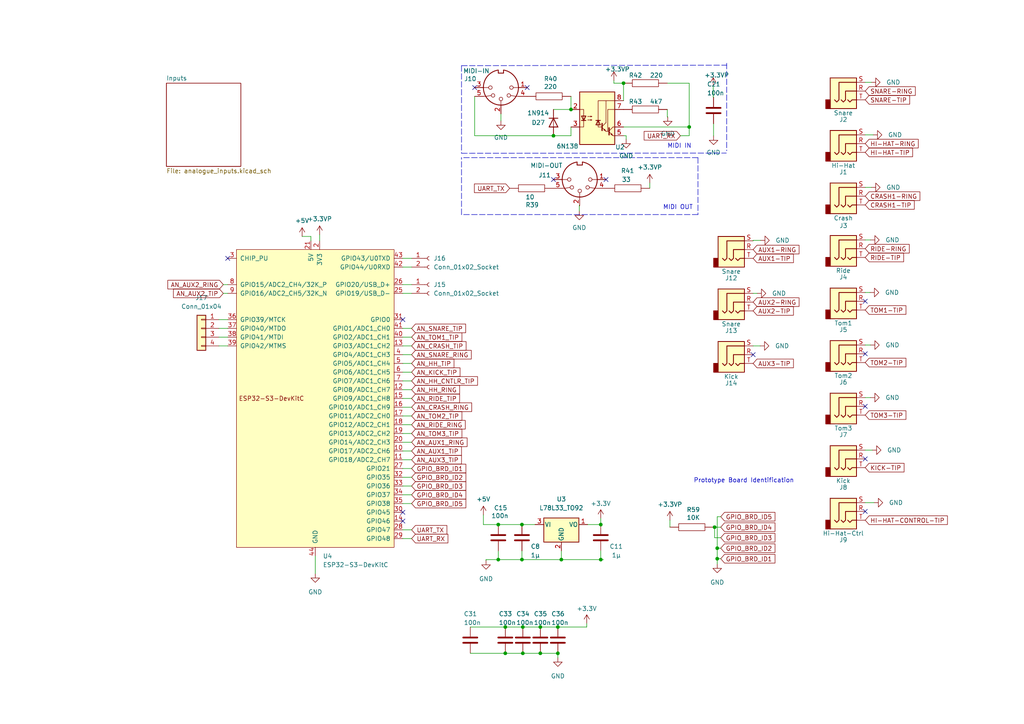
<source format=kicad_sch>
(kicad_sch (version 20230121) (generator eeschema)
  (paper "A4")
  (title_block (title "Edrumulus Prototype 7 (ESP32 S3)") (rev "0.1") (comment 1 "DISCLAIMER: Use at your own risk.") (comment 2 "Using SMD components."))
  (lib_symbols
    (symbol "Connector:AudioJack3"
      (property "Reference" "J" (at 0 8.89 0))
      (property "Value" "AudioJack3" (at 0 6.35 0))
      (symbol "AudioJack3_0_1"
        (rectangle (start -5.08 -5.08) (end -6.35 -2.54) (stroke (width 0.254)) (fill (type outline)))
        (polyline (pts (xy 0 -2.54) (xy 0.635 -3.175) (xy 1.27 -2.54) (xy 2.54 -2.54)) (stroke (width 0.254)))
        (polyline (pts (xy -1.905 -2.54) (xy -1.27 -3.175) (xy -0.635 -2.54) (xy -0.635 0) (xy 2.54 0)) (stroke (width 0.254)))
        (polyline (pts (xy 2.54 2.54) (xy -2.54 2.54) (xy -2.54 -2.54) (xy -3.175 -3.175) (xy -3.81 -2.54)) (stroke (width 0.254)))
        (rectangle (start 2.54 3.81) (end -5.08 -5.08) (stroke (width 0.254)) (fill (type background)))
      )
      (symbol "AudioJack3_1_1"
        (pin passive line (at 5.08 0 180) (length 2.54) (name "~") (number "R"))
        (pin passive line (at 5.08 2.54 180) (length 2.54) (name "~") (number "S"))
        (pin passive line (at 5.08 -2.54 180) (length 2.54) (name "~") (number "T"))
      )
    )
    (symbol "Connector:Conn_01x02_Socket" (pin_names (offset 1.016) hide)
      (property "Reference" "J" (at 0 2.54 0))
      (property "Value" "Conn_01x02_Socket" (at 0 -5.08 0))
      (symbol "Conn_01x02_Socket_1_1"
        (arc (start 0 -2.032) (mid -0.5058 -2.54) (end 0 -3.048) (stroke (width 0.1524)))
        (polyline (pts (xy -1.27 -2.54) (xy -0.508 -2.54)) (stroke (width 0.1524)))
        (polyline (pts (xy -1.27 0) (xy -0.508 0)) (stroke (width 0.1524)))
        (arc (start 0 0.508) (mid -0.5058 0) (end 0 -0.508) (stroke (width 0.1524)))
        (pin passive line (at -5.08 0 0) (length 3.81) (name "Pin_1") (number "1"))
        (pin passive line (at -5.08 -2.54 0) (length 3.81) (name "Pin_2") (number "2"))
      )
    )
    (symbol "Connector:DIN-5_180degree" (pin_names (offset 1.016))
      (property "Reference" "J" (at 3.175 5.715 0))
      (property "Value" "DIN-5_180degree" (at 0 -6.35 0))
      (symbol "DIN-5_180degree_0_1"
        (arc (start -5.08 0) (mid -3.8597 -3.3379) (end -0.762 -5.08) (stroke (width 0.254)))
        (circle (center -3.048 0) (radius 0.508))
        (circle (center -2.286 2.286) (radius 0.508))
        (polyline (pts (xy -5.08 0) (xy -3.556 0)))
        (polyline (pts (xy 0 5.08) (xy 0 3.81)))
        (polyline (pts (xy 5.08 0) (xy 3.556 0)))
        (polyline (pts (xy -5.08 2.54) (xy -4.318 2.54) (xy -2.794 2.286)))
        (polyline (pts (xy 5.08 2.54) (xy 4.318 2.54) (xy 2.794 2.286)))
        (polyline (pts (xy -0.762 -4.953) (xy -0.762 -4.191) (xy 0.762 -4.191) (xy 0.762 -4.953)) (stroke (width 0.254)))
        (circle (center 0 3.302) (radius 0.508))
        (arc (start 0.762 -5.08) (mid 3.8673 -3.3444) (end 5.08 0) (stroke (width 0.254)))
        (circle (center 2.286 2.286) (radius 0.508))
        (circle (center 3.048 0) (radius 0.508))
        (arc (start 5.08 0) (mid 0 5.0579) (end -5.08 0) (stroke (width 0.254)))
      )
      (symbol "DIN-5_180degree_1_1"
        (pin passive line (at -7.62 0 0) (length 2.54) (name "~") (number "1"))
        (pin passive line (at 0 7.62 270) (length 2.54) (name "~") (number "2"))
        (pin passive line (at 7.62 0 180) (length 2.54) (name "~") (number "3"))
        (pin passive line (at -7.62 2.54 0) (length 2.54) (name "~") (number "4"))
        (pin passive line (at 7.62 2.54 180) (length 2.54) (name "~") (number "5"))
      )
    )
    (symbol "Connector_Generic:Conn_01x04" (pin_names (offset 1.016) hide)
      (property "Reference" "J" (at 0 5.08 0))
      (property "Value" "Conn_01x04" (at 0 -7.62 0))
      (symbol "Conn_01x04_1_1"
        (rectangle (start -1.27 -4.953) (end 0 -5.207) (stroke (width 0.1524)))
        (rectangle (start -1.27 -2.413) (end 0 -2.667) (stroke (width 0.1524)))
        (rectangle (start -1.27 0.127) (end 0 -0.127) (stroke (width 0.1524)))
        (rectangle (start -1.27 2.667) (end 0 2.413) (stroke (width 0.1524)))
        (rectangle (start -1.27 3.81) (end 1.27 -6.35) (stroke (width 0.254)) (fill (type background)))
        (pin passive line (at -5.08 2.54 0) (length 3.81) (name "Pin_1") (number "1"))
        (pin passive line (at -5.08 0 0) (length 3.81) (name "Pin_2") (number "2"))
        (pin passive line (at -5.08 -2.54 0) (length 3.81) (name "Pin_3") (number "3"))
        (pin passive line (at -5.08 -5.08 0) (length 3.81) (name "Pin_4") (number "4"))
      )
    )
    (symbol "Device:C" (pin_numbers hide) (pin_names (offset 0.254))
      (property "Reference" "C" (at 0.635 2.54 0))
      (property "Value" "C" (at 0.635 -2.54 0))
      (symbol "C_0_1"
        (polyline (pts (xy -2.032 -0.762) (xy 2.032 -0.762)) (stroke (width 0.508)))
        (polyline (pts (xy -2.032 0.762) (xy 2.032 0.762)) (stroke (width 0.508)))
      )
      (symbol "C_1_1"
        (pin passive line (at 0 3.81 270) (length 2.794) (name "~") (number "1"))
        (pin passive line (at 0 -3.81 90) (length 2.794) (name "~") (number "2"))
      )
    )
    (symbol "Diode:1N914" (pin_numbers hide) (pin_names (offset 1.016) hide)
      (property "Reference" "D" (at 0 2.54 0))
      (property "Value" "1N914" (at 0 -2.54 0))
      (symbol "1N914_0_1"
        (polyline (pts (xy -1.27 1.27) (xy -1.27 -1.27)) (stroke (width 0.254)))
        (polyline (pts (xy 1.27 0) (xy -1.27 0)))
        (polyline (pts (xy 1.27 1.27) (xy 1.27 -1.27) (xy -1.27 0) (xy 1.27 1.27)) (stroke (width 0.254)))
      )
      (symbol "1N914_1_1"
        (pin passive line (at -3.81 0 0) (length 2.54) (name "K") (number "1"))
        (pin passive line (at 3.81 0 180) (length 2.54) (name "A") (number "2"))
      )
    )
    (symbol "Isolator:6N138" (pin_names (offset 1.016) hide)
      (property "Reference" "U" (at -4.064 8.89 0))
      (property "Value" "6N138" (at 2.286 8.89 0))
      (symbol "6N138_0_1"
        (rectangle (start -5.08 7.62) (end 5.08 -7.62) (stroke (width 0.254)) (fill (type background)))
        (polyline (pts (xy -4.572 -0.635) (xy -3.302 -0.635)) (stroke (width 0.254)))
        (polyline (pts (xy 0.889 -0.635) (xy -0.381 -0.635)) (stroke (width 0.254)))
        (polyline (pts (xy 1.397 -2.667) (xy 2.54 -3.81)))
        (polyline (pts (xy 1.397 -2.413) (xy 2.54 -1.27)))
        (polyline (pts (xy 2.54 -3.81) (xy 3.175 -3.81)))
        (polyline (pts (xy 3.429 -3.937) (xy 4.572 -5.08)))
        (polyline (pts (xy 3.429 -3.683) (xy 4.572 -2.54)))
        (polyline (pts (xy 4.572 -5.08) (xy 5.08 -5.08)))
        (polyline (pts (xy 4.572 -2.54) (xy 5.08 -2.54)))
        (polyline (pts (xy 1.397 -1.524) (xy 1.397 -3.556) (xy 1.397 -3.556)) (stroke (width 0.3556)))
        (polyline (pts (xy 2.54 -1.27) (xy 2.54 5.08) (xy 5.08 5.08)))
        (polyline (pts (xy 3.429 -2.794) (xy 3.429 -4.826) (xy 3.429 -4.826)) (stroke (width 0.3556)))
        (polyline (pts (xy 5.08 2.54) (xy 3.048 2.54) (xy 3.048 -3.81)))
        (polyline (pts (xy -5.08 -2.54) (xy -3.937 -2.54) (xy -3.937 2.54) (xy -5.08 2.54)))
        (polyline (pts (xy -3.937 -0.635) (xy -4.572 0.635) (xy -3.302 0.635) (xy -3.937 -0.635)) (stroke (width 0.254)))
        (polyline (pts (xy 0.254 -0.635) (xy 0.889 -1.905) (xy -0.381 -1.905) (xy 0.254 -0.635)) (stroke (width 0.254)))
        (polyline (pts (xy 1.27 -2.54) (xy 0.254 -2.54) (xy 0.254 5.08) (xy 2.54 5.08)))
        (polyline (pts (xy 2.413 -3.683) (xy 2.159 -3.175) (xy 1.905 -3.429) (xy 2.413 -3.683)))
        (polyline (pts (xy 4.445 -4.953) (xy 4.191 -4.445) (xy 3.937 -4.699) (xy 4.445 -4.953)))
        (polyline (pts (xy -2.794 -0.508) (xy -1.524 -0.508) (xy -1.905 -0.635) (xy -1.905 -0.381) (xy -1.524 -0.508)))
        (polyline (pts (xy -2.794 0.508) (xy -1.524 0.508) (xy -1.905 0.381) (xy -1.905 0.635) (xy -1.524 0.508)))
      )
      (symbol "6N138_1_1"
        (pin no_connect line (at -5.08 5.08 0) (length 2.54) hide (name "NC") (number "1"))
        (pin passive line (at -7.62 2.54 0) (length 2.54) (name "C1") (number "2"))
        (pin passive line (at -7.62 -2.54 0) (length 2.54) (name "C2") (number "3"))
        (pin no_connect line (at -5.08 -5.08 0) (length 2.54) hide (name "NC") (number "4"))
        (pin passive line (at 7.62 -5.08 180) (length 2.54) (name "GND") (number "5"))
        (pin passive line (at 7.62 -2.54 180) (length 2.54) (name "VO2") (number "6"))
        (pin passive line (at 7.62 2.54 180) (length 2.54) (name "VO1") (number "7"))
        (pin passive line (at 7.62 5.08 180) (length 2.54) (name "VCC") (number "8"))
      )
    )
    (symbol "PCM_Espressif:ESP32-S3-DevKitC" (pin_names (offset 1.016))
      (property "Reference" "U" (at -22.86 48.26 0))
      (property "Value" "ESP32-S3-DevKitC" (at -22.86 45.72 0))
      (symbol "ESP32-S3-DevKitC_0_0"
        (text "ESP32-S3-DevKitC" (at -12.7 0 0) (effects (font (size 1.27 1.27))))
        (pin bidirectional line (at 25.4 -35.56 180) (length 2.54) (name "GPIO46") (number "14"))
        (pin bidirectional line (at 25.4 -10.16 180) (length 2.54) (name "GPIO13/ADC2_CH2") (number "19"))
        (pin bidirectional line (at -25.4 15.24 0) (length 2.54) (name "GPIO42/MTMS") (number "39"))
        (pin bidirectional line (at 25.4 17.78 180) (length 2.54) (name "GPIO2/ADC1_CH1") (number "40"))
        (pin bidirectional line (at 25.4 20.32 180) (length 2.54) (name "GPIO1/ADC1_CH0") (number "41"))
        (pin bidirectional line (at 25.4 38.1 180) (length 2.54) (name "GPIO44/U0RXD") (number "42"))
        (pin bidirectional line (at 25.4 40.64 180) (length 2.54) (name "GPIO43/U0TXD") (number "43"))
        (pin power_in line (at 0 -45.72 90) (length 2.54) (name "GND") (number "44"))
      )
      (symbol "ESP32-S3-DevKitC_0_1"
        (rectangle (start -22.86 43.18) (end 22.86 -43.18) (fill (type background)))
        (pin power_in line (at 1.27 45.72 270) (length 2.54) (name "3V3") (number "2"))
      )
      (symbol "ESP32-S3-DevKitC_1_1"
        (pin passive line (at 1.27 45.72 270) (length 2.54) hide (name "3V3") (number "1"))
        (pin bidirectional line (at 25.4 -15.24 180) (length 2.54) (name "GPIO17/ADC2_CH6") (number "10"))
        (pin bidirectional line (at 25.4 -17.78 180) (length 2.54) (name "GPIO18/ADC2_CH7") (number "11"))
        (pin bidirectional line (at 25.4 2.54 180) (length 2.54) (name "GPIO8/ADC1_CH7") (number "12"))
        (pin bidirectional line (at 25.4 15.24 180) (length 2.54) (name "GPIO3/ADC1_CH2") (number "13"))
        (pin bidirectional line (at 25.4 0 180) (length 2.54) (name "GPIO9/ADC1_CH8") (number "15"))
        (pin bidirectional line (at 25.4 -2.54 180) (length 2.54) (name "GPIO10/ADC1_CH9") (number "16"))
        (pin bidirectional line (at 25.4 -5.08 180) (length 2.54) (name "GPIO11/ADC2_CH0") (number "17"))
        (pin bidirectional line (at 25.4 -7.62 180) (length 2.54) (name "GPIO12/ADC2_CH1") (number "18"))
        (pin bidirectional line (at 25.4 -12.7 180) (length 2.54) (name "GPIO14/ADC2_CH3") (number "20"))
        (pin power_in line (at -1.27 45.72 270) (length 2.54) (name "5V") (number "21"))
        (pin passive line (at 0 -45.72 90) (length 2.54) hide (name "GND") (number "22"))
        (pin passive line (at 0 -45.72 90) (length 2.54) hide (name "GND") (number "23"))
        (pin passive line (at 0 -45.72 90) (length 2.54) hide (name "GND") (number "24"))
        (pin bidirectional line (at 25.4 30.48 180) (length 2.54) (name "GPIO19/USB_D-") (number "25"))
        (pin bidirectional line (at 25.4 33.02 180) (length 2.54) (name "GPIO20/USB_D+") (number "26"))
        (pin bidirectional line (at 25.4 -20.32 180) (length 2.54) (name "GPIO21") (number "27"))
        (pin bidirectional line (at 25.4 -38.1 180) (length 2.54) (name "GPIO47") (number "28"))
        (pin bidirectional line (at 25.4 -40.64 180) (length 2.54) (name "GPIO48") (number "29"))
        (pin input line (at -25.4 40.64 0) (length 2.54) (name "CHIP_PU") (number "3"))
        (pin bidirectional line (at 25.4 -33.02 180) (length 2.54) (name "GPIO45") (number "30"))
        (pin bidirectional line (at 25.4 22.86 180) (length 2.54) (name "GPIO0") (number "31"))
        (pin bidirectional line (at 25.4 -22.86 180) (length 2.54) (name "GPIO35") (number "32"))
        (pin bidirectional line (at 25.4 -25.4 180) (length 2.54) (name "GPIO36") (number "33"))
        (pin bidirectional line (at 25.4 -27.94 180) (length 2.54) (name "GPIO37") (number "34"))
        (pin bidirectional line (at 25.4 -30.48 180) (length 2.54) (name "GPIO38") (number "35"))
        (pin bidirectional line (at -25.4 22.86 0) (length 2.54) (name "GPIO39/MTCK") (number "36"))
        (pin bidirectional line (at -25.4 20.32 0) (length 2.54) (name "GPIO40/MTDO") (number "37"))
        (pin bidirectional line (at -25.4 17.78 0) (length 2.54) (name "GPIO41/MTDI") (number "38"))
        (pin bidirectional line (at 25.4 12.7 180) (length 2.54) (name "GPIO4/ADC1_CH3") (number "4"))
        (pin bidirectional line (at 25.4 10.16 180) (length 2.54) (name "GPIO5/ADC1_CH4") (number "5"))
        (pin bidirectional line (at 25.4 7.62 180) (length 2.54) (name "GPIO6/ADC1_CH5") (number "6"))
        (pin bidirectional line (at 25.4 5.08 180) (length 2.54) (name "GPIO7/ADC1_CH6") (number "7"))
        (pin bidirectional line (at -25.4 33.02 0) (length 2.54) (name "GPIO15/ADC2_CH4/32K_P") (number "8"))
        (pin bidirectional line (at -25.4 30.48 0) (length 2.54) (name "GPIO16/ADC2_CH5/32K_N") (number "9"))
      )
    )
    (symbol "Regulator_Linear:L78L33_TO92" (pin_names (offset 0.254))
      (property "Reference" "U" (at -3.81 3.175 0))
      (property "Value" "L78L33_TO92" (at 0 3.175 0))
      (symbol "L78L33_TO92_0_1"
        (rectangle (start -5.08 -5.08) (end 5.08 1.905) (stroke (width 0.254)) (fill (type background)))
      )
      (symbol "L78L33_TO92_1_1"
        (pin power_out line (at 7.62 0 180) (length 2.54) (name "VO") (number "1"))
        (pin power_in line (at 0 -7.62 90) (length 2.54) (name "GND") (number "2"))
        (pin power_in line (at -7.62 0 0) (length 2.54) (name "VI") (number "3"))
      )
    )
    (symbol "power:+3.3V" (power) (pin_names (offset 0))
      (property "Value" "+3.3V" (at 0 3.556 0))
      (symbol "+3.3V_0_1"
        (polyline (pts (xy -0.762 1.27) (xy 0 2.54)))
        (polyline (pts (xy 0 0) (xy 0 2.54)))
        (polyline (pts (xy 0 2.54) (xy 0.762 1.27)))
      )
      (symbol "+3.3V_1_1"
        (pin power_in line (at 0 0 90) (length 0) hide (name "+3.3V") (number "1"))
      )
    )
    (symbol "power:+3.3VP" (power) (pin_names (offset 0))
      (property "Value" "+3.3VP" (at 0 2.54 0))
      (symbol "+3.3VP_0_0"
        (pin power_in line (at 0 0 90) (length 0) hide (name "+3.3VP") (number "1"))
      )
      (symbol "+3.3VP_0_1"
        (polyline (pts (xy -0.762 1.27) (xy 0 2.54)))
        (polyline (pts (xy 0 0) (xy 0 2.54)))
        (polyline (pts (xy 0 2.54) (xy 0.762 1.27)))
      )
    )
    (symbol "power:+5V" (power) (pin_names (offset 0))
      (property "Value" "+5V" (at 0 3.556 0))
      (symbol "+5V_0_1"
        (polyline (pts (xy -0.762 1.27) (xy 0 2.54)))
        (polyline (pts (xy 0 0) (xy 0 2.54)))
        (polyline (pts (xy 0 2.54) (xy 0.762 1.27)))
      )
      (symbol "+5V_1_1"
        (pin power_in line (at 0 0 90) (length 0) hide (name "+5V") (number "1"))
      )
    )
    (symbol "power:GND" (power) (pin_names (offset 0))
      (property "Value" "GND" (at 0 -3.81 0))
      (symbol "GND_0_1"
        (polyline (pts (xy 0 0) (xy 0 -1.27) (xy 1.27 -1.27) (xy 0 -2.54) (xy -1.27 -1.27) (xy 0 -1.27)))
      )
      (symbol "GND_1_1"
        (pin power_in line (at 0 0 270) (length 0) hide (name "GND") (number "1"))
      )
    )
    (symbol "pspice:R" (pin_numbers hide) (pin_names (offset 0))
      (property "Reference" "R" (at 2.032 0 90))
      (property "Value" "R" (at 0 0 90))
      (symbol "R_0_1"
        (rectangle (start -1.016 3.81) (end 1.016 -3.81))
      )
      (symbol "R_1_1"
        (pin passive line (at 0 6.35 270) (length 2.54) (name "~") (number "1"))
        (pin passive line (at 0 -6.35 90) (length 2.54) (name "~") (number "2"))
      )
    )
  )
  (junction (at 199.898 36.83))
  (junction (at 144.526 162.306))
  (junction (at 161.798 181.864))
  (junction (at 208.026 159.004))
  (junction (at 174.244 152.146))
  (junction (at 151.638 181.864))
  (junction (at 144.526 152.146))
  (junction (at 161.798 189.484))
  (junction (at 151.384 152.146))
  (junction (at 151.384 162.306))
  (junction (at 146.558 189.484))
  (junction (at 156.718 189.484))
  (junction (at 146.558 181.864))
  (junction (at 180.848 24.13))
  (junction (at 165.608 31.75))
  (junction (at 174.244 162.306))
  (junction (at 162.814 162.306))
  (junction (at 160.528 39.37))
  (junction (at 207.264 152.908))
  (junction (at 156.718 181.864))
  (junction (at 151.638 189.484))
  (junction (at 208.026 162.052))
  (no_connect (at 152.908 25.4))
  (no_connect (at 250.952 133.096))
  (no_connect (at 250.952 148.336))
  (no_connect (at 250.952 117.856))
  (no_connect (at 250.952 102.616))
  (no_connect (at 250.952 87.376))
  (no_connect (at 116.84 148.59))
  (no_connect (at 218.44 102.87))
  (no_connect (at 116.84 151.13))
  (no_connect (at 160.528 52.07))
  (no_connect (at 137.668 25.4))
  (no_connect (at 66.04 74.93))
  (no_connect (at 116.84 92.71))
  (no_connect (at 175.768 52.07))
  (wire (pts (xy 193.548 24.13) (xy 199.898 24.13)))
  (wire (pts (xy 116.84 77.47) (xy 119.38 77.47)))
  (wire (pts (xy 136.398 189.484) (xy 146.558 189.484)))
  (polyline (pts (xy 202.438 62.23) (xy 133.858 62.23)) (stroke (width 0) (type dash)))
  (polyline (pts (xy 133.858 44.45) (xy 210.6676 44.3992)) (stroke (width 0) (type dash)))
  (wire (pts (xy 92.71 68.072) (xy 92.71 69.85)))
  (wire (pts (xy 250.952 84.836) (xy 252.349 84.836)))
  (wire (pts (xy 146.558 189.484) (xy 151.638 189.484)))
  (wire (pts (xy 174.244 159.766) (xy 174.244 162.306)))
  (wire (pts (xy 178.054 24.13) (xy 180.848 24.13)))
  (wire (pts (xy 207.01 152.908) (xy 207.264 152.908)))
  (wire (pts (xy 90.17 69.85) (xy 90.17 68.58)))
  (wire (pts (xy 116.84 82.55) (xy 119.38 82.55)))
  (wire (pts (xy 116.84 100.33) (xy 119.38 100.33)))
  (wire (pts (xy 116.84 107.95) (xy 119.38 107.95)))
  (wire (pts (xy 64.77 82.55) (xy 66.04 82.55)))
  (wire (pts (xy 144.526 159.766) (xy 144.526 162.306)))
  (wire (pts (xy 206.8576 28.1432) (xy 206.8576 25.0952)))
  (wire (pts (xy 63.5 95.25) (xy 66.04 95.25)))
  (wire (pts (xy 137.668 27.94) (xy 137.668 39.37)))
  (wire (pts (xy 207.264 155.956) (xy 207.264 152.908)))
  (wire (pts (xy 137.668 39.37) (xy 160.528 39.37)))
  (polyline (pts (xy 133.858 19.05) (xy 210.82 18.8976)) (stroke (width 0) (type dash)))
  (wire (pts (xy 174.244 150.368) (xy 174.244 152.146)))
  (wire (pts (xy 116.84 74.93) (xy 119.38 74.93)))
  (wire (pts (xy 116.84 85.09) (xy 119.38 85.09)))
  (wire (pts (xy 116.84 130.81) (xy 119.38 130.81)))
  (wire (pts (xy 220.599 69.723) (xy 218.44 69.723)))
  (wire (pts (xy 162.814 159.766) (xy 162.814 162.306)))
  (wire (pts (xy 209.042 162.052) (xy 208.026 162.052)))
  (wire (pts (xy 116.84 156.21) (xy 119.38 156.21)))
  (wire (pts (xy 170.434 152.146) (xy 174.244 152.146)))
  (wire (pts (xy 116.84 105.41) (xy 119.38 105.41)))
  (wire (pts (xy 116.84 113.03) (xy 119.38 113.03)))
  (polyline (pts (xy 133.858 62.23) (xy 133.858 45.72)) (stroke (width 0) (type dash)))
  (wire (pts (xy 116.84 125.73) (xy 119.38 125.73)))
  (wire (pts (xy 165.608 27.94) (xy 165.608 31.75)))
  (wire (pts (xy 193.548 33.909) (xy 193.675 33.909)))
  (wire (pts (xy 161.798 181.864) (xy 170.18 181.864)))
  (wire (pts (xy 151.638 181.864) (xy 156.718 181.864)))
  (wire (pts (xy 181.61 39.37) (xy 181.61 40.386)))
  (wire (pts (xy 162.814 162.306) (xy 174.244 162.306)))
  (wire (pts (xy 144.526 152.146) (xy 151.384 152.146)))
  (wire (pts (xy 194.31 150.876) (xy 194.31 152.908)))
  (wire (pts (xy 250.952 130.556) (xy 252.984 130.556)))
  (wire (pts (xy 63.5 92.71) (xy 66.04 92.71)))
  (wire (pts (xy 170.18 180.848) (xy 170.18 181.864)))
  (wire (pts (xy 199.898 24.13) (xy 199.898 36.83)))
  (wire (pts (xy 156.718 189.484) (xy 161.798 189.484)))
  (wire (pts (xy 199.898 36.83) (xy 180.848 36.83)))
  (wire (pts (xy 178.054 24.13) (xy 178.054 23.368)))
  (wire (pts (xy 136.398 181.864) (xy 146.558 181.864)))
  (wire (pts (xy 116.84 143.51) (xy 119.38 143.51)))
  (wire (pts (xy 116.84 153.67) (xy 119.38 153.67)))
  (wire (pts (xy 151.638 189.484) (xy 156.718 189.484)))
  (wire (pts (xy 116.84 115.57) (xy 119.38 115.57)))
  (wire (pts (xy 160.528 39.37) (xy 165.608 39.37)))
  (wire (pts (xy 250.952 23.876) (xy 252.73 23.876)))
  (wire (pts (xy 218.44 100.33) (xy 220.472 100.33)))
  (wire (pts (xy 174.244 162.306) (xy 175.0568 162.306)))
  (wire (pts (xy 151.384 152.146) (xy 155.194 152.146)))
  (wire (pts (xy 116.84 135.89) (xy 119.38 135.89)))
  (wire (pts (xy 206.9592 28.1432) (xy 206.8576 28.1432)))
  (wire (pts (xy 145.288 33.02) (xy 145.288 35.052)))
  (wire (pts (xy 165.608 39.37) (xy 165.608 36.83)))
  (wire (pts (xy 160.528 31.75) (xy 165.608 31.75)))
  (wire (pts (xy 140.97 162.306) (xy 144.526 162.306)))
  (wire (pts (xy 116.84 102.87) (xy 119.38 102.87)))
  (wire (pts (xy 250.952 39.116) (xy 253.238 39.116)))
  (wire (pts (xy 199.898 39.37) (xy 197.358 39.37)))
  (wire (pts (xy 63.5 100.33) (xy 66.04 100.33)))
  (wire (pts (xy 151.384 162.306) (xy 162.814 162.306)))
  (wire (pts (xy 206.9592 35.8648) (xy 206.9592 39.4208)))
  (wire (pts (xy 151.384 159.766) (xy 151.384 162.306)))
  (wire (pts (xy 161.798 189.484) (xy 161.798 190.754)))
  (polyline (pts (xy 202.438 45.72) (xy 202.438 62.23)) (stroke (width 0) (type dash)))
  (wire (pts (xy 144.526 162.306) (xy 151.384 162.306)))
  (wire (pts (xy 208.026 149.86) (xy 208.026 159.004)))
  (wire (pts (xy 218.44 85.09) (xy 219.583 85.09)))
  (wire (pts (xy 168.021 61.214) (xy 168.021 59.563)))
  (wire (pts (xy 116.84 133.35) (xy 119.38 133.35)))
  (wire (pts (xy 218.44 69.723) (xy 218.44 69.85)))
  (wire (pts (xy 116.84 123.19) (xy 119.38 123.19)))
  (wire (pts (xy 116.84 146.05) (xy 119.38 146.05)))
  (wire (pts (xy 168.148 59.563) (xy 168.148 59.69)))
  (wire (pts (xy 140.97 162.306) (xy 140.97 162.56)))
  (wire (pts (xy 116.84 95.25) (xy 119.38 95.25)))
  (wire (pts (xy 250.952 69.596) (xy 252.476 69.596)))
  (wire (pts (xy 64.77 85.09) (xy 66.04 85.09)))
  (wire (pts (xy 116.84 97.79) (xy 119.38 97.79)))
  (wire (pts (xy 208.026 149.86) (xy 209.042 149.86)))
  (wire (pts (xy 250.952 145.796) (xy 253.492 145.796)))
  (wire (pts (xy 87.63 68.58) (xy 90.17 68.58)))
  (wire (pts (xy 168.021 59.563) (xy 168.148 59.563)))
  (wire (pts (xy 207.264 152.908) (xy 209.042 152.908)))
  (wire (pts (xy 206.9592 28.1432) (xy 206.9592 28.2448)))
  (wire (pts (xy 116.84 128.27) (xy 119.38 128.27)))
  (wire (pts (xy 63.5 97.79) (xy 66.04 97.79)))
  (wire (pts (xy 199.898 36.83) (xy 199.898 39.37)))
  (polyline (pts (xy 202.438 45.72) (xy 133.858 45.72)) (stroke (width 0) (type dash)))
  (wire (pts (xy 250.952 115.316) (xy 252.476 115.316)))
  (polyline (pts (xy 133.858 19.05) (xy 133.858 44.45)) (stroke (width 0) (type dash)))
  (wire (pts (xy 116.84 118.11) (xy 119.38 118.11)))
  (wire (pts (xy 250.952 54.356) (xy 252.73 54.356)))
  (polyline (pts (xy 210.7692 18.3388) (xy 210.7692 43.7388)) (stroke (width 0) (type dash)))
  (wire (pts (xy 140.208 152.146) (xy 144.526 152.146)))
  (wire (pts (xy 116.84 138.43) (xy 119.38 138.43)))
  (wire (pts (xy 250.952 100.076) (xy 252.476 100.076)))
  (wire (pts (xy 156.718 181.864) (xy 161.798 181.864)))
  (wire (pts (xy 180.848 39.37) (xy 181.61 39.37)))
  (wire (pts (xy 209.042 159.004) (xy 208.026 159.004)))
  (wire (pts (xy 193.548 31.75) (xy 193.548 33.909)))
  (wire (pts (xy 208.026 162.052) (xy 208.026 163.576)))
  (wire (pts (xy 116.84 110.49) (xy 119.38 110.49)))
  (wire (pts (xy 116.84 140.97) (xy 119.38 140.97)))
  (wire (pts (xy 209.042 155.956) (xy 207.264 155.956)))
  (wire (pts (xy 140.208 149.352) (xy 140.208 152.146)))
  (wire (pts (xy 188.468 53.086) (xy 188.468 54.61)))
  (wire (pts (xy 180.848 24.13) (xy 180.848 29.21)))
  (wire (pts (xy 116.84 120.65) (xy 119.38 120.65)))
  (wire (pts (xy 91.44 161.29) (xy 91.44 166.37)))
  (wire (pts (xy 208.026 162.052) (xy 208.026 159.004)))
  (wire (pts (xy 146.558 181.864) (xy 151.638 181.864)))
  (text "MIDI OUT" (at 192.278 60.96 0) (effects (font (size 1.27 1.27)) (justify left bottom)))
  (text "Prototype Board Identification" (at 201.168 140.208 0) (effects (font (size 1.27 1.27)) (justify left bottom)))
  (text "MIDI IN" (at 193.548 43.18 0) (effects (font (size 1.27 1.27)) (justify left bottom)))
  (global_label "TOM1-TIP" (shape input) (at 250.952 89.916 0) (property "Intersheetrefs" "${INTERSHEET_REFS}" (effects hide)) (property "Referenzen zwischen Schaltplänen" "${INTERSHEET_REFS}" (effects hide)))
  (global_label "AN_AUX3_TIP" (shape input) (at 119.38 133.35 0) (property "Intersheetrefs" "${INTERSHEET_REFS}" (effects hide)) (property "Referenzen zwischen Schaltplänen" "${INTERSHEET_REFS}" (effects hide)))
  (global_label "GPIO_BRD_ID4" (shape input) (at 119.38 143.51 0) (property "Intersheetrefs" "${INTERSHEET_REFS}" (effects hide)) (property "Referenzen zwischen Schaltplänen" "${INTERSHEET_REFS}" (effects hide)))
  (global_label "AN_AUX1_TIP" (shape input) (at 119.38 130.81 0) (property "Intersheetrefs" "${INTERSHEET_REFS}" (effects hide)) (property "Referenzen zwischen Schaltplänen" "${INTERSHEET_REFS}" (effects hide)))
  (global_label "AN_TOM3_TIP" (shape input) (at 119.38 125.73 0) (property "Intersheetrefs" "${INTERSHEET_REFS}" (effects hide)) (property "Referenzen zwischen Schaltplänen" "${INTERSHEET_REFS}" (effects hide)))
  (global_label "RIDE-TIP" (shape input) (at 250.952 74.676 0) (property "Intersheetrefs" "${INTERSHEET_REFS}" (effects hide)) (property "Referenzen zwischen Schaltplänen" "${INTERSHEET_REFS}" (effects hide)))
  (global_label "CRASH1-RING" (shape input) (at 250.952 56.896 0) (property "Intersheetrefs" "${INTERSHEET_REFS}" (effects hide)) (property "Referenzen zwischen Schaltplänen" "${INTERSHEET_REFS}" (effects hide)))
  (global_label "SNARE-RING" (shape input) (at 250.952 26.416 0) (property "Intersheetrefs" "${INTERSHEET_REFS}" (effects hide)) (property "Referenzen zwischen Schaltplänen" "${INTERSHEET_REFS}" (effects hide)))
  (global_label "GPIO_BRD_ID5" (shape input) (at 119.38 146.05 0) (property "Intersheetrefs" "${INTERSHEET_REFS}" (effects hide)) (property "Referenzen zwischen Schaltplänen" "${INTERSHEET_REFS}" (effects hide)))
  (global_label "GPIO_BRD_ID2" (shape input) (at 119.38 138.43 0) (property "Intersheetrefs" "${INTERSHEET_REFS}" (effects hide)) (property "Referenzen zwischen Schaltplänen" "${INTERSHEET_REFS}" (effects hide)))
  (global_label "UART_TX" (shape input) (at 119.38 153.67 0) (property "Intersheetrefs" "${INTERSHEET_REFS}" (effects hide)) (property "Referenzen zwischen Schaltplänen" "${INTERSHEET_REFS}" (effects hide)))
  (global_label "AN_AUX2_TIP" (shape input) (at 64.77 85.09 180) (property "Intersheetrefs" "${INTERSHEET_REFS}" (effects hide)) (property "Referenzen zwischen Schaltplänen" "${INTERSHEET_REFS}" (effects hide)))
  (global_label "AN_AUX1_RING" (shape input) (at 119.38 128.27 0) (property "Intersheetrefs" "${INTERSHEET_REFS}" (effects hide)) (property "Referenzen zwischen Schaltplänen" "${INTERSHEET_REFS}" (effects hide)))
  (global_label "AN_HH_CNTLR_TIP" (shape input) (at 119.38 110.49 0) (property "Intersheetrefs" "${INTERSHEET_REFS}" (effects hide)) (property "Referenzen zwischen Schaltplänen" "${INTERSHEET_REFS}" (effects hide)))
  (global_label "AN_RIDE_RING" (shape input) (at 119.38 123.19 0) (property "Intersheetrefs" "${INTERSHEET_REFS}" (effects hide)) (property "Referenzen zwischen Schaltplänen" "${INTERSHEET_REFS}" (effects hide)))
  (global_label "TOM3-TIP" (shape input) (at 250.952 120.396 0) (property "Intersheetrefs" "${INTERSHEET_REFS}" (effects hide)) (property "Referenzen zwischen Schaltplänen" "${INTERSHEET_REFS}" (effects hide)))
  (global_label "AN_RIDE_TIP" (shape input) (at 119.38 115.57 0) (property "Intersheetrefs" "${INTERSHEET_REFS}" (effects hide)) (property "Referenzen zwischen Schaltplänen" "${INTERSHEET_REFS}" (effects hide)))
  (global_label "HI-HAT-TIP" (shape input) (at 250.952 44.196 0) (property "Intersheetrefs" "${INTERSHEET_REFS}" (effects hide)) (property "Referenzen zwischen Schaltplänen" "${INTERSHEET_REFS}" (effects hide)))
  (global_label "AN_SNARE_RING" (shape input) (at 119.38 102.87 0) (property "Intersheetrefs" "${INTERSHEET_REFS}" (effects hide)) (property "Referenzen zwischen Schaltplänen" "${INTERSHEET_REFS}" (effects hide)))
  (global_label "AUX3-TIP" (shape input) (at 218.44 105.41 0) (property "Intersheetrefs" "${INTERSHEET_REFS}" (effects hide)) (property "Referenzen zwischen Schaltplänen" "${INTERSHEET_REFS}" (effects hide)))
  (global_label "GPIO_BRD_ID3" (shape input) (at 119.38 140.97 0) (property "Intersheetrefs" "${INTERSHEET_REFS}" (effects hide)) (property "Referenzen zwischen Schaltplänen" "${INTERSHEET_REFS}" (effects hide)))
  (global_label "AN_HH_RING" (shape input) (at 119.38 113.03 0) (property "Intersheetrefs" "${INTERSHEET_REFS}" (effects hide)) (property "Referenzen zwischen Schaltplänen" "${INTERSHEET_REFS}" (effects hide)))
  (global_label "GPIO_BRD_ID1" (shape input) (at 119.38 135.89 0) (property "Intersheetrefs" "${INTERSHEET_REFS}" (effects hide)) (property "Referenzen zwischen Schaltplänen" "${INTERSHEET_REFS}" (effects hide)))
  (global_label "TOM2-TIP" (shape input) (at 250.952 105.156 0) (property "Intersheetrefs" "${INTERSHEET_REFS}" (effects hide)) (property "Referenzen zwischen Schaltplänen" "${INTERSHEET_REFS}" (effects hide)))
  (global_label "HI-HAT-CONTROL-TIP" (shape input) (at 250.952 150.876 0) (property "Intersheetrefs" "${INTERSHEET_REFS}" (effects hide)) (property "Referenzen zwischen Schaltplänen" "${INTERSHEET_REFS}" (effects hide)))
  (global_label "AN_AUX2_RING" (shape input) (at 64.77 82.55 180) (property "Intersheetrefs" "${INTERSHEET_REFS}" (effects hide)) (property "Referenzen zwischen Schaltplänen" "${INTERSHEET_REFS}" (effects hide)))
  (global_label "UART_RX" (shape input) (at 119.38 156.21 0) (property "Intersheetrefs" "${INTERSHEET_REFS}" (effects hide)) (property "Referenzen zwischen Schaltplänen" "${INTERSHEET_REFS}" (effects hide)))
  (global_label "AN_KICK_TIP" (shape input) (at 119.38 107.95 0) (property "Intersheetrefs" "${INTERSHEET_REFS}" (effects hide)) (property "Referenzen zwischen Schaltplänen" "${INTERSHEET_REFS}" (effects hide)))
  (global_label "AUX2-RING" (shape input) (at 218.44 87.63 0) (property "Intersheetrefs" "${INTERSHEET_REFS}" (effects hide)) (property "Referenzen zwischen Schaltplänen" "${INTERSHEET_REFS}" (effects hide)))
  (global_label "AUX1-TIP" (shape input) (at 218.44 74.93 0) (property "Intersheetrefs" "${INTERSHEET_REFS}" (effects hide)) (property "Referenzen zwischen Schaltplänen" "${INTERSHEET_REFS}" (effects hide)))
  (global_label "UART_RX" (shape input) (at 197.358 39.37 180) (property "Intersheetrefs" "${INTERSHEET_REFS}" (effects hide)) (property "Referenzen zwischen Schaltplänen" "${INTERSHEET_REFS}" (effects hide)))
  (global_label "AN_SNARE_TIP" (shape input) (at 119.38 95.25 0) (property "Intersheetrefs" "${INTERSHEET_REFS}" (effects hide)) (property "Referenzen zwischen Schaltplänen" "${INTERSHEET_REFS}" (effects hide)))
  (global_label "AN_HH_TIP" (shape input) (at 119.38 105.41 0) (property "Intersheetrefs" "${INTERSHEET_REFS}" (effects hide)) (property "Referenzen zwischen Schaltplänen" "${INTERSHEET_REFS}" (effects hide)))
  (global_label "AN_CRASH_RING" (shape input) (at 119.38 118.11 0) (property "Intersheetrefs" "${INTERSHEET_REFS}" (effects hide)) (property "Referenzen zwischen Schaltplänen" "${INTERSHEET_REFS}" (effects hide)))
  (global_label "AN_CRASH_TIP" (shape input) (at 119.38 100.33 0) (property "Intersheetrefs" "${INTERSHEET_REFS}" (effects hide)) (property "Referenzen zwischen Schaltplänen" "${INTERSHEET_REFS}" (effects hide)))
  (global_label "AUX1-RING" (shape input) (at 218.44 72.39 0) (property "Intersheetrefs" "${INTERSHEET_REFS}" (effects hide)) (property "Referenzen zwischen Schaltplänen" "${INTERSHEET_REFS}" (effects hide)))
  (global_label "GPIO_BRD_ID2" (shape input) (at 209.042 159.004 0) (property "Intersheetrefs" "${INTERSHEET_REFS}" (effects hide)) (property "Referenzen zwischen Schaltplänen" "${INTERSHEET_REFS}" (effects hide)))
  (global_label "HI-HAT-RING" (shape input) (at 250.952 41.656 0) (property "Intersheetrefs" "${INTERSHEET_REFS}" (effects hide)) (property "Referenzen zwischen Schaltplänen" "${INTERSHEET_REFS}" (effects hide)))
  (global_label "AUX2-TIP" (shape input) (at 218.44 90.17 0) (property "Intersheetrefs" "${INTERSHEET_REFS}" (effects hide)) (property "Referenzen zwischen Schaltplänen" "${INTERSHEET_REFS}" (effects hide)))
  (global_label "AN_TOM1_TIP" (shape input) (at 119.38 97.79 0) (property "Intersheetrefs" "${INTERSHEET_REFS}" (effects hide)) (property "Referenzen zwischen Schaltplänen" "${INTERSHEET_REFS}" (effects hide)))
  (global_label "KICK-TIP" (shape input) (at 250.952 135.636 0) (property "Intersheetrefs" "${INTERSHEET_REFS}" (effects hide)) (property "Referenzen zwischen Schaltplänen" "${INTERSHEET_REFS}" (effects hide)))
  (global_label "GPIO_BRD_ID5" (shape input) (at 209.042 149.86 0) (property "Intersheetrefs" "${INTERSHEET_REFS}" (effects hide)) (property "Referenzen zwischen Schaltplänen" "${INTERSHEET_REFS}" (effects hide)))
  (global_label "CRASH1-TIP" (shape input) (at 250.952 59.436 0) (property "Intersheetrefs" "${INTERSHEET_REFS}" (effects hide)) (property "Referenzen zwischen Schaltplänen" "${INTERSHEET_REFS}" (effects hide)))
  (global_label "RIDE-RING" (shape input) (at 250.952 72.136 0) (property "Intersheetrefs" "${INTERSHEET_REFS}" (effects hide)) (property "Referenzen zwischen Schaltplänen" "${INTERSHEET_REFS}" (effects hide)))
  (global_label "GPIO_BRD_ID1" (shape input) (at 209.042 162.052 0) (property "Intersheetrefs" "${INTERSHEET_REFS}" (effects hide)) (property "Referenzen zwischen Schaltplänen" "${INTERSHEET_REFS}" (effects hide)))
  (global_label "GPIO_BRD_ID4" (shape input) (at 209.042 152.908 0) (property "Intersheetrefs" "${INTERSHEET_REFS}" (effects hide)) (property "Referenzen zwischen Schaltplänen" "${INTERSHEET_REFS}" (effects hide)))
  (global_label "UART_TX" (shape input) (at 147.828 54.61 180) (property "Intersheetrefs" "${INTERSHEET_REFS}" (effects hide)) (property "Referenzen zwischen Schaltplänen" "${INTERSHEET_REFS}" (effects hide)))
  (global_label "SNARE-TIP" (shape input) (at 250.952 28.956 0) (property "Intersheetrefs" "${INTERSHEET_REFS}" (effects hide)) (property "Referenzen zwischen Schaltplänen" "${INTERSHEET_REFS}" (effects hide)))
  (global_label "AN_TOM2_TIP" (shape input) (at 119.38 120.65 0) (property "Intersheetrefs" "${INTERSHEET_REFS}" (effects hide)) (property "Referenzen zwischen Schaltplänen" "${INTERSHEET_REFS}" (effects hide)))
  (global_label "GPIO_BRD_ID3" (shape input) (at 209.042 155.956 0) (property "Intersheetrefs" "${INTERSHEET_REFS}" (effects hide)) (property "Referenzen zwischen Schaltplänen" "${INTERSHEET_REFS}" (effects hide)))
  (symbol (lib_id "Connector:AudioJack3") (at 213.36 72.39 0) (unit 1)
    (property "Reference" "J12" (at 212.09 80.645 0))
    (property "Value" "Snare" (at 212.09 78.74 0))
    (property "Footprint" "edrumulus:Jack_6.35mm_Neutrik_NMJ6HCD2_Horizontal" (effects hide))
  )
  (symbol (lib_id "Connector:AudioJack3") (at 245.872 56.896 0) (unit 1)
    (property "Reference" "J3" (at 244.6429 65.4562 0))
    (property "Value" "Crash" (at 244.602 63.246 0))
    (property "Footprint" "edrumulus:Jack_6.35mm_Neutrik_NMJ6HCD2_Horizontal" (effects hide))
  )
  (symbol (lib_id "Connector:DIN-5_180degree") (at 168.148 52.07 180) (unit 1)
    (property "Reference" "J11" (at 157.988 50.8 0))
    (property "Value" "MIDI-OUT" (at 158.496 48.006 0))
    (property "Footprint" "Connectors_UNITRA:DIN-5" (effects hide))
    (property "Datasheet" "http://www.mouser.com/ds/2/18/40_c091_abd_e-75918.pdf" (effects hide))
  )
  (symbol (lib_id "Connector:AudioJack3") (at 245.872 117.856 0) (unit 1)
    (property "Reference" "J7" (at 244.602 126.111 0))
    (property "Value" "Tom3" (at 244.602 124.206 0))
    (property "Footprint" "edrumulus:Jack_6.35mm_Neutrik_NMJ6HCD2_Horizontal" (effects hide))
  )
  (symbol (lib_id "power:GND") (at 193.675 33.909 0) (unit 1)
    (property "Reference" "#PWR038" (effects hide))
    (property "Value" "GND" (at 193.675 38.735 0))
  )
  (symbol (lib_id "Connector:AudioJack3") (at 245.872 87.376 0) (unit 1)
    (property "Reference" "J5" (at 244.602 95.631 0))
    (property "Value" "Tom1" (at 244.602 93.726 0))
    (property "Footprint" "edrumulus:Jack_6.35mm_Neutrik_NMJ6HCD2_Horizontal" (effects hide))
  )
  (symbol (lib_id "Regulator_Linear:L78L33_TO92") (at 162.814 152.146 0) (unit 1)
    (property "Reference" "U3" (at 162.814 144.78 0))
    (property "Value" "L78L33_TO92" (at 162.814 147.32 0))
    (property "Footprint" "Package_TO_SOT_THT:TO-92_Inline" (effects hide))
    (property "Datasheet" "http://www.st.com/content/ccc/resource/technical/document/datasheet/15/55/e5/aa/23/5b/43/fd/CD00000446.pdf/files/CD00000446.pdf/jcr:content/translations/en.CD00000446.pdf" (effects hide))
  )
  (symbol (lib_id "Device:C") (at 146.558 185.674 0) (unit 1)
    (property "Reference" "C33" (at 144.653 178.054 0) (effects (justify left)))
    (property "Value" "100n" (at 144.653 180.594 0) (effects (justify left)))
    (property "Footprint" "Capacitor_SMD:C_1206_3216Metric" (effects hide))
  )
  (symbol (lib_id "Device:C") (at 161.798 185.674 0) (unit 1)
    (property "Reference" "C36" (at 159.893 178.054 0) (effects (justify left)))
    (property "Value" "100n" (at 159.893 180.594 0) (effects (justify left)))
    (property "Footprint" "Capacitor_SMD:C_1206_3216Metric" (effects hide))
  )
  (symbol (lib_id "Isolator:6N138") (at 173.228 34.29 0) (unit 1)
    (property "Reference" "U2" (at 179.832 42.672 0))
    (property "Value" "6N138" (at 164.592 42.418 0))
    (property "Footprint" "Package_DIP:DIP-8_W7.62mm_Socket" (effects hide))
    (property "Datasheet" "http://www.onsemi.com/pub/Collateral/HCPL2731-D.pdf" (effects hide))
  )
  (symbol (lib_id "pspice:R") (at 159.258 27.94 270) (unit 1)
    (property "Reference" "R40" (at 157.734 22.86 90) (effects (justify left)))
    (property "Value" "220" (at 157.734 25.146 90) (effects (justify left)))
    (property "Footprint" "Resistor_SMD:R_1206_3216Metric" (effects hide))
  )
  (symbol (lib_id "power:GND") (at 220.472 100.33 90) (unit 1)
    (property "Reference" "#PWR035" (effects hide))
    (property "Value" "GND" (at 224.79 100.33 90) (effects (justify right)))
  )
  (symbol (lib_id "Connector:AudioJack3") (at 245.872 72.136 0) (unit 1)
    (property "Reference" "J4" (at 244.602 80.391 0))
    (property "Value" "Ride" (at 244.602 78.486 0))
    (property "Footprint" "edrumulus:Jack_6.35mm_Neutrik_NMJ6HCD2_Horizontal" (effects hide))
  )
  (symbol (lib_id "Connector:Conn_01x02_Socket") (at 124.46 82.55 0) (unit 1)
    (property "Reference" "J15" (at 125.73 82.55 0) (effects (justify left)))
    (property "Value" "Conn_01x02_Socket" (at 125.73 85.09 0) (effects (justify left)))
    (property "Footprint" "Connector_PinHeader_2.54mm:PinHeader_1x02_P2.54mm_Vertical" (effects hide))
  )
  (symbol (lib_id "power:GND") (at 161.798 190.754 0) (unit 1)
    (property "Reference" "#PWR023" (effects hide))
    (property "Value" "GND" (at 161.798 196.088 0))
  )
  (symbol (lib_id "Connector:AudioJack3") (at 245.872 41.656 0) (unit 1)
    (property "Reference" "J1" (at 244.602 49.911 0))
    (property "Value" "Hi-Hat" (at 244.602 48.006 0))
    (property "Footprint" "edrumulus:Jack_6.35mm_Neutrik_NMJ6HCD2_Horizontal" (effects hide))
  )
  (symbol (lib_id "pspice:R") (at 187.198 24.13 270) (unit 1)
    (property "Reference" "R42" (at 182.372 21.844 90) (effects (justify left)))
    (property "Value" "220" (at 188.468 21.844 90) (effects (justify left)))
    (property "Footprint" "Resistor_SMD:R_1206_3216Metric" (effects hide))
  )
  (symbol (lib_id "Device:C") (at 156.718 185.674 0) (unit 1)
    (property "Reference" "C35" (at 154.813 178.054 0) (effects (justify left)))
    (property "Value" "100n" (at 154.813 180.594 0) (effects (justify left)))
    (property "Footprint" "Capacitor_SMD:C_1206_3216Metric" (effects hide))
  )
  (symbol (lib_id "PCM_Espressif:ESP32-S3-DevKitC") (at 91.44 115.57 0) (unit 1)
    (property "Reference" "U4" (at 93.6341 161.29 0) (effects (justify left)))
    (property "Value" "ESP32-S3-DevKitC" (at 93.6341 163.83 0) (effects (justify left)))
    (property "Footprint" "PCM_Espressif:ESP32-S3-DevKitC" (effects hide))
  )
  (symbol (lib_id "Device:C") (at 144.526 155.956 0) (unit 1)
    (property "Reference" "C15" (at 143.256 147.32 0) (effects (justify left)))
    (property "Value" "100n" (at 142.494 149.606 0) (effects (justify left)))
    (property "Footprint" "Capacitor_SMD:C_1206_3216Metric" (effects hide))
  )
  (symbol (lib_id "Device:C") (at 136.398 185.674 0) (unit 1)
    (property "Reference" "C31" (at 134.493 178.054 0) (effects (justify left)))
    (property "Value" "100n" (at 134.493 180.594 0) (effects (justify left)))
    (property "Footprint" "Capacitor_SMD:C_1206_3216Metric" (effects hide))
  )
  (symbol (lib_id "Connector:AudioJack3") (at 245.872 26.416 0) (unit 1)
    (property "Reference" "J2" (at 244.602 34.671 0))
    (property "Value" "Snare" (at 244.602 32.766 0))
    (property "Footprint" "edrumulus:Jack_6.35mm_Neutrik_NMJ6HCD2_Horizontal" (effects hide))
  )
  (symbol (lib_id "pspice:R") (at 182.118 54.61 270) (unit 1)
    (property "Reference" "R41" (at 180.086 49.53 90) (effects (justify left)))
    (property "Value" "33" (at 180.34 52.07 90) (effects (justify left)))
    (property "Footprint" "Resistor_SMD:R_1206_3216Metric" (effects hide))
  )
  (symbol (lib_id "Connector:Conn_01x02_Socket") (at 124.46 74.93 0) (unit 1)
    (property "Reference" "J16" (at 125.73 74.93 0) (effects (justify left)))
    (property "Value" "Conn_01x02_Socket" (at 125.73 77.47 0) (effects (justify left)))
    (property "Footprint" "Connector_PinHeader_2.54mm:PinHeader_1x02_P2.54mm_Vertical" (effects hide))
  )
  (symbol (lib_id "power:+5V") (at 87.63 68.58 0) (unit 1)
    (property "Reference" "#PWR03" (effects hide))
    (property "Value" "+5V" (at 87.63 64.008 0))
  )
  (symbol (lib_id "power:+3.3VP") (at 188.468 53.086 0) (unit 1)
    (property "Reference" "#PWR020" (effects hide))
    (property "Value" "+3.3VP" (at 188.468 48.514 0))
  )
  (symbol (lib_id "Connector:DIN-5_180degree") (at 145.288 25.4 180) (unit 1)
    (property "Reference" "J10" (at 136.398 22.86 0))
    (property "Value" "MIDI-IN" (at 138.176 20.574 0))
    (property "Footprint" "Connectors_UNITRA:DIN-5" (effects hide))
    (property "Datasheet" "http://www.mouser.com/ds/2/18/40_c091_abd_e-75918.pdf" (effects hide))
  )
  (symbol (lib_id "Connector:AudioJack3") (at 213.36 102.87 0) (unit 1)
    (property "Reference" "J14" (at 212.09 111.125 0))
    (property "Value" "Kick" (at 212.09 109.22 0))
    (property "Footprint" "edrumulus:Jack_6.35mm_Neutrik_NMJ6HCD2_Horizontal" (effects hide))
  )
  (symbol (lib_id "power:GND") (at 252.73 23.876 90) (unit 1)
    (property "Reference" "#PWR032" (effects hide))
    (property "Value" "GND" (at 257.048 23.876 90) (effects (justify right)))
  )
  (symbol (lib_id "power:GND") (at 208.026 163.576 0) (unit 1)
    (property "Reference" "#PWR024" (effects hide))
    (property "Value" "GND" (at 208.026 168.91 0))
  )
  (symbol (lib_id "Diode:1N914") (at 160.528 35.56 270) (unit 1)
    (property "Reference" "D27" (at 154.178 35.56 90) (effects (justify left)))
    (property "Value" "1N914" (at 152.908 32.766 90) (effects (justify left)))
    (property "Footprint" "Diode_THT:D_DO-35_SOD27_P7.62mm_Horizontal" (effects hide))
    (property "Datasheet" "http://www.vishay.com/docs/85622/1n914.pdf" (effects hide))
  )
  (symbol (lib_id "power:GND") (at 252.349 84.836 90) (unit 1)
    (property "Reference" "#PWR040" (effects hide))
    (property "Value" "GND" (at 256.667 84.836 90) (effects (justify right)))
  )
  (symbol (lib_id "Connector:AudioJack3") (at 213.36 87.63 0) (unit 1)
    (property "Reference" "J13" (at 212.09 95.885 0))
    (property "Value" "Snare" (at 212.09 93.98 0))
    (property "Footprint" "edrumulus:Jack_6.35mm_Neutrik_NMJ6HCD2_Horizontal" (effects hide))
  )
  (symbol (lib_id "power:+3.3V") (at 170.18 180.848 0) (unit 1)
    (property "Reference" "#PWR04" (effects hide))
    (property "Value" "+3.3V" (at 170.18 176.53 0))
  )
  (symbol (lib_id "Device:C") (at 174.244 155.956 0) (unit 1)
    (property "Reference" "C11" (at 176.784 158.496 0) (effects (justify left)))
    (property "Value" "1µ" (at 177.419 161.036 0) (effects (justify left)))
    (property "Footprint" "Capacitor_SMD:C_1206_3216Metric" (effects hide))
  )
  (symbol (lib_id "power:GND") (at 91.44 166.37 0) (unit 1)
    (property "Reference" "#PWR021" (effects hide))
    (property "Value" "GND" (at 91.44 171.704 0))
  )
  (symbol (lib_id "Connector:AudioJack3") (at 245.872 148.336 0) (unit 1)
    (property "Reference" "J9" (at 244.602 156.591 0))
    (property "Value" "Hi-Hat-Ctrl" (at 244.602 154.686 0))
    (property "Footprint" "edrumulus:Jack_6.35mm_Neutrik_NMJ6HCD2_Horizontal" (effects hide))
  )
  (symbol (lib_id "power:GND") (at 206.9592 39.4208 0) (unit 1)
    (property "Reference" "#PWR060" (effects hide))
    (property "Value" "GND" (at 206.9592 44.2468 0))
  )
  (symbol (lib_id "Connector_Generic:Conn_01x04") (at 58.42 95.25 0) (mirror y) (unit 1)
    (property "Reference" "J17" (at 58.42 86.36 0))
    (property "Value" "Conn_01x04" (at 58.42 88.9 0))
    (property "Footprint" "Connector_PinHeader_2.54mm:PinHeader_1x04_P2.54mm_Vertical" (effects hide))
  )
  (symbol (lib_id "Device:C") (at 206.9592 32.0548 0) (unit 1)
    (property "Reference" "C21" (at 205.0542 24.4348 0) (effects (justify left)))
    (property "Value" "100n" (at 205.0542 26.9748 0) (effects (justify left)))
    (property "Footprint" "Capacitor_SMD:C_1206_3216Metric" (effects hide))
  )
  (symbol (lib_id "power:GND") (at 253.492 145.796 90) (unit 1)
    (property "Reference" "#PWR025" (effects hide))
    (property "Value" "GND" (at 257.81 145.796 90) (effects (justify right)))
  )
  (symbol (lib_id "Device:C") (at 151.638 185.674 0) (unit 1)
    (property "Reference" "C34" (at 149.733 178.054 0) (effects (justify left)))
    (property "Value" "100n" (at 149.733 180.594 0) (effects (justify left)))
    (property "Footprint" "Capacitor_SMD:C_1206_3216Metric" (effects hide))
  )
  (symbol (lib_id "power:+3.3VP") (at 206.8576 25.0952 0) (unit 1)
    (property "Reference" "#PWR059" (effects hide))
    (property "Value" "+3.3VP" (at 207.8736 21.7932 0))
  )
  (symbol (lib_id "power:GND") (at 140.97 162.56 0) (unit 1)
    (property "Reference" "#PWR022" (effects hide))
    (property "Value" "GND" (at 140.97 167.894 0))
  )
  (symbol (lib_id "power:+3.3VP") (at 178.054 23.368 0) (unit 1)
    (property "Reference" "#PWR018" (effects hide))
    (property "Value" "+3.3VP" (at 179.07 20.066 0))
  )
  (symbol (lib_id "power:GND") (at 168.021 61.214 0) (unit 1)
    (property "Reference" "#PWR036" (effects hide))
    (property "Value" "GND" (at 168.021 66.04 0))
  )
  (symbol (lib_id "pspice:R") (at 187.198 31.75 270) (unit 1)
    (property "Reference" "R43" (at 182.372 29.464 90) (effects (justify left)))
    (property "Value" "4k7" (at 188.468 29.464 90) (effects (justify left)))
    (property "Footprint" "Resistor_SMD:R_1206_3216Metric" (effects hide))
  )
  (symbol (lib_id "power:+3.3VP") (at 194.31 150.876 0) (unit 1)
    (property "Reference" "#PWR019" (effects hide))
    (property "Value" "+3.3VP" (at 194.31 146.304 0))
  )
  (symbol (lib_id "Connector:AudioJack3") (at 245.872 133.096 0) (unit 1)
    (property "Reference" "J8" (at 244.602 141.351 0))
    (property "Value" "Kick" (at 244.602 139.446 0))
    (property "Footprint" "edrumulus:Jack_6.35mm_Neutrik_NMJ6HCD2_Horizontal" (effects hide))
  )
  (symbol (lib_id "power:GND") (at 252.73 54.356 90) (unit 1)
    (property "Reference" "#PWR030" (effects hide))
    (property "Value" "GND" (at 257.048 54.356 90) (effects (justify right)))
  )
  (symbol (lib_id "power:GND") (at 252.476 115.316 90) (unit 1)
    (property "Reference" "#PWR027" (effects hide))
    (property "Value" "GND" (at 256.794 115.316 90) (effects (justify right)))
  )
  (symbol (lib_id "power:GND") (at 252.476 100.076 90) (unit 1)
    (property "Reference" "#PWR028" (effects hide))
    (property "Value" "GND" (at 256.794 100.076 90) (effects (justify right)))
  )
  (symbol (lib_id "power:GND") (at 252.984 130.556 90) (unit 1)
    (property "Reference" "#PWR026" (effects hide))
    (property "Value" "GND" (at 257.302 130.556 90) (effects (justify right)))
  )
  (symbol (lib_id "Device:C") (at 151.384 155.956 0) (unit 1)
    (property "Reference" "C8" (at 153.924 158.496 0) (effects (justify left)))
    (property "Value" "1µ" (at 153.924 161.036 0) (effects (justify left)))
    (property "Footprint" "Capacitor_SMD:C_1206_3216Metric" (effects hide))
  )
  (symbol (lib_id "Connector:AudioJack3") (at 245.872 102.616 0) (unit 1)
    (property "Reference" "J6" (at 244.602 110.871 0))
    (property "Value" "Tom2" (at 244.602 108.966 0))
    (property "Footprint" "edrumulus:Jack_6.35mm_Neutrik_NMJ6HCD2_Horizontal" (effects hide))
  )
  (symbol (lib_id "power:GND") (at 252.476 69.596 90) (unit 1)
    (property "Reference" "#PWR029" (effects hide))
    (property "Value" "GND" (at 256.794 69.596 90) (effects (justify right)))
  )
  (symbol (lib_id "power:+3.3V") (at 174.244 150.368 0) (unit 1)
    (property "Reference" "#PWR02" (effects hide))
    (property "Value" "+3.3V" (at 174.244 146.05 0))
  )
  (symbol (lib_id "pspice:R") (at 200.66 152.908 270) (unit 1)
    (property "Reference" "R59" (at 199.136 147.828 90) (effects (justify left)))
    (property "Value" "10K" (at 199.136 150.114 90) (effects (justify left)))
    (property "Footprint" "Resistor_SMD:R_1206_3216Metric" (effects hide))
  )
  (symbol (lib_id "power:+5V") (at 140.208 149.352 0) (unit 1)
    (property "Reference" "#PWR01" (effects hide))
    (property "Value" "+5V" (at 140.208 144.78 0))
  )
  (symbol (lib_id "power:GND") (at 181.61 40.386 0) (unit 1)
    (property "Reference" "#PWR039" (effects hide))
    (property "Value" "GND" (at 181.61 45.212 0))
  )
  (symbol (lib_id "power:GND") (at 220.599 69.723 90) (unit 1)
    (property "Reference" "#PWR033" (effects hide))
    (property "Value" "GND" (at 224.917 69.723 90) (effects (justify right)))
  )
  (symbol (lib_id "pspice:R") (at 154.178 54.61 270) (unit 1)
    (property "Reference" "R39" (at 152.4 59.436 90) (effects (justify left)))
    (property "Value" "10" (at 152.4 57.15 90) (effects (justify left)))
    (property "Footprint" "Resistor_SMD:R_1206_3216Metric" (effects hide))
  )
  (symbol (lib_id "power:GND") (at 145.288 35.052 0) (unit 1)
    (property "Reference" "#PWR037" (effects hide))
    (property "Value" "GND" (at 145.288 39.878 0))
  )
  (symbol (lib_id "power:+3.3VP") (at 92.71 68.072 0) (unit 1)
    (property "Reference" "#PWR017" (effects hide))
    (property "Value" "+3.3VP" (at 92.71 63.5 0))
  )
  (symbol (lib_id "power:GND") (at 253.238 39.116 90) (unit 1)
    (property "Reference" "#PWR031" (effects hide))
    (property "Value" "GND" (at 257.556 39.116 90) (effects (justify right)))
  )
  (symbol (lib_id "power:GND") (at 219.583 85.09 90) (unit 1)
    (property "Reference" "#PWR034" (effects hide))
    (property "Value" "GND" (at 223.901 85.09 90) (effects (justify right)))
  )
  (sheet (at 48.26 24.13) (size 21.59 24.13) (stroke (width 0.1524))
    (property "Sheetname" "Inputs" (at 48.26 23.4184 0) (effects (justify left bottom)))
    (property "Sheetfile" "analogue_inputs.kicad_sch" (at 48.26 48.8446 0) (effects (justify left top)))
  )
)
</source>
